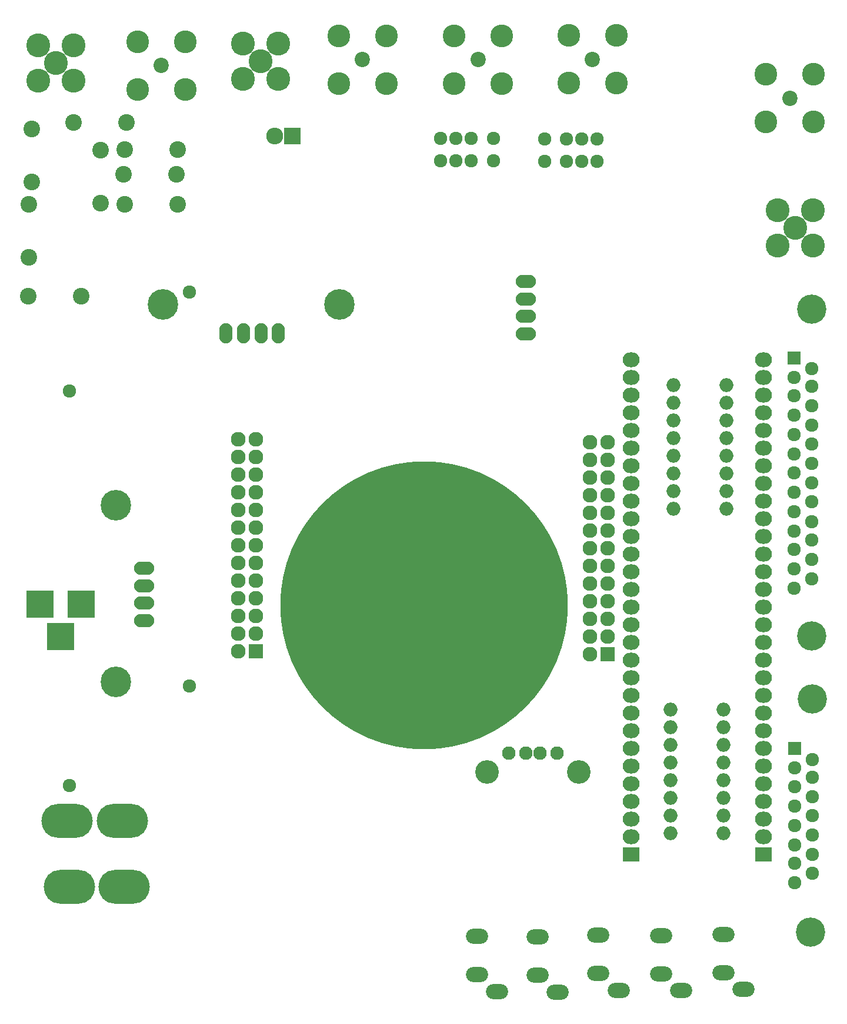
<source format=gbr>
G04 #@! TF.FileFunction,Soldermask,Bot*
%FSLAX46Y46*%
G04 Gerber Fmt 4.6, Leading zero omitted, Abs format (unit mm)*
G04 Created by KiCad (PCBNEW 4.0.1-3.201512221401+6198~38~ubuntu15.10.1-stable) date Mon 22 Aug 2016 05:07:10 AM PDT*
%MOMM*%
G01*
G04 APERTURE LIST*
%ADD10C,0.100000*%
%ADD11C,2.398980*%
%ADD12R,2.127200X2.127200*%
%ADD13O,2.127200X2.127200*%
%ADD14O,2.899360X1.901140*%
%ADD15C,1.924000*%
%ADD16C,2.200000*%
%ADD17C,3.280000*%
%ADD18C,3.448000*%
%ADD19R,2.432000X2.432000*%
%ADD20O,2.432000X2.432000*%
%ADD21C,4.400000*%
%ADD22O,7.400000X4.900000*%
%ADD23O,1.901140X2.899360*%
%ADD24C,41.400000*%
%ADD25C,1.940000*%
%ADD26C,3.400000*%
%ADD27O,2.000000X2.000000*%
%ADD28R,2.432000X2.127200*%
%ADD29O,2.432000X2.127200*%
%ADD30C,4.210000*%
%ADD31R,1.924000X1.924000*%
%ADD32O,3.200000X2.200000*%
%ADD33R,3.900120X3.900120*%
G04 APERTURE END LIST*
D10*
D11*
X62150000Y-46265000D03*
X69770000Y-46265000D03*
D12*
X81017900Y-118459700D03*
D13*
X78477900Y-118459700D03*
X81017900Y-115919700D03*
X78477900Y-115919700D03*
X81017900Y-113379700D03*
X78477900Y-113379700D03*
X81017900Y-110839700D03*
X78477900Y-110839700D03*
X81017900Y-108299700D03*
X78477900Y-108299700D03*
X81017900Y-105759700D03*
X78477900Y-105759700D03*
X81017900Y-103219700D03*
X78477900Y-103219700D03*
X81017900Y-100679700D03*
X78477900Y-100679700D03*
X81017900Y-98139700D03*
X78477900Y-98139700D03*
X81017900Y-95599700D03*
X78477900Y-95599700D03*
X81017900Y-93059700D03*
X78477900Y-93059700D03*
X81017900Y-90519700D03*
X78477900Y-90519700D03*
X81017900Y-87979700D03*
X78477900Y-87979700D03*
D12*
X131612160Y-118838160D03*
D13*
X129072160Y-118838160D03*
X131612160Y-116298160D03*
X129072160Y-116298160D03*
X131612160Y-113758160D03*
X129072160Y-113758160D03*
X131612160Y-111218160D03*
X129072160Y-111218160D03*
X131612160Y-108678160D03*
X129072160Y-108678160D03*
X131612160Y-106138160D03*
X129072160Y-106138160D03*
X131612160Y-103598160D03*
X129072160Y-103598160D03*
X131612160Y-101058160D03*
X129072160Y-101058160D03*
X131612160Y-98518160D03*
X129072160Y-98518160D03*
X131612160Y-95978160D03*
X129072160Y-95978160D03*
X131612160Y-93438160D03*
X129072160Y-93438160D03*
X131612160Y-90898160D03*
X129072160Y-90898160D03*
X131612160Y-88358160D03*
X129072160Y-88358160D03*
D14*
X119855000Y-70275000D03*
X119855000Y-72775000D03*
X119855000Y-67775000D03*
X119855000Y-65275000D03*
D15*
X115200000Y-44705000D03*
X112000000Y-44705000D03*
X109800000Y-44705000D03*
X107600000Y-44705000D03*
X115200000Y-47905000D03*
X112000000Y-47905000D03*
X109800000Y-47905000D03*
X107600000Y-47905000D03*
D16*
X113005000Y-33385000D03*
D17*
X116435000Y-36815000D03*
X109575000Y-36815000D03*
X109575000Y-29955000D03*
X116435000Y-29955000D03*
D16*
X129450000Y-33330000D03*
D17*
X132880000Y-36760000D03*
X126020000Y-36760000D03*
X126020000Y-29900000D03*
X132880000Y-29900000D03*
D15*
X122550000Y-48005000D03*
X125750000Y-48005000D03*
X127950000Y-48005000D03*
X130150000Y-48005000D03*
X122550000Y-44805000D03*
X125750000Y-44805000D03*
X127950000Y-44805000D03*
X130150000Y-44805000D03*
D18*
X158626227Y-57543329D03*
X161166227Y-55003329D03*
X161166227Y-60083329D03*
X156086227Y-60083329D03*
X156086227Y-55003329D03*
D16*
X157861600Y-38929680D03*
D17*
X154431600Y-42359680D03*
X154431600Y-35499680D03*
X161291600Y-35499680D03*
X161291600Y-42359680D03*
D16*
X96375000Y-33365000D03*
D17*
X99805000Y-36795000D03*
X92945000Y-36795000D03*
X92945000Y-29935000D03*
X99805000Y-29935000D03*
D18*
X81685000Y-33625000D03*
X79145000Y-31085000D03*
X84225000Y-31085000D03*
X84225000Y-36165000D03*
X79145000Y-36165000D03*
D19*
X86245000Y-44330000D03*
D20*
X83705000Y-44330000D03*
D16*
X67410000Y-34230000D03*
D17*
X70840000Y-37660000D03*
X63980000Y-37660000D03*
X63980000Y-30800000D03*
X70840000Y-30800000D03*
D11*
X69720000Y-54210000D03*
X62100000Y-54210000D03*
X69575000Y-49895000D03*
X61955000Y-49895000D03*
D21*
X60880000Y-97450000D03*
X60880000Y-122850000D03*
D14*
X64925000Y-111520000D03*
X64925000Y-114020000D03*
X64925000Y-109020000D03*
X64925000Y-106520000D03*
D22*
X54140000Y-152325000D03*
X62040000Y-152325000D03*
D21*
X67675000Y-68590000D03*
X93075000Y-68590000D03*
D22*
X53880000Y-142835000D03*
X61780000Y-142835000D03*
D15*
X71415000Y-66755000D03*
X71415000Y-123455000D03*
D23*
X79240000Y-72705000D03*
X76740000Y-72705000D03*
X81740000Y-72705000D03*
X84240000Y-72705000D03*
D24*
X105250000Y-111805000D03*
D25*
X119900000Y-133105000D03*
X121900000Y-133105000D03*
X117400000Y-133105000D03*
X124400000Y-133105000D03*
D26*
X114330000Y-135815000D03*
X127470000Y-135815000D03*
D27*
X140700000Y-126800000D03*
X140700000Y-129340000D03*
X140700000Y-131880000D03*
X140700000Y-134420000D03*
X140700000Y-136960000D03*
X140700000Y-139500000D03*
X140700000Y-142040000D03*
X140700000Y-144580000D03*
X148320000Y-144580000D03*
X148320000Y-142040000D03*
X148320000Y-139500000D03*
X148320000Y-136960000D03*
X148320000Y-134420000D03*
X148320000Y-131880000D03*
X148320000Y-129340000D03*
X148320000Y-126800000D03*
D28*
X154100000Y-147680000D03*
D29*
X154100000Y-145140000D03*
X154100000Y-142600000D03*
X154100000Y-140060000D03*
X154100000Y-137520000D03*
X154100000Y-134980000D03*
X154100000Y-132440000D03*
X154100000Y-129900000D03*
X154100000Y-127360000D03*
X154100000Y-124820000D03*
X154100000Y-122280000D03*
X154100000Y-119740000D03*
X154100000Y-117200000D03*
X154100000Y-114660000D03*
X154100000Y-112120000D03*
X154100000Y-109580000D03*
X154100000Y-107040000D03*
X154100000Y-104500000D03*
X154100000Y-101960000D03*
X154100000Y-99420000D03*
X154100000Y-96880000D03*
X154100000Y-94340000D03*
X154100000Y-91800000D03*
X154100000Y-89260000D03*
X154100000Y-86720000D03*
X154100000Y-84180000D03*
X154100000Y-81640000D03*
X154100000Y-79100000D03*
X154100000Y-76560000D03*
D28*
X135050000Y-147680000D03*
D29*
X135050000Y-145140000D03*
X135050000Y-142600000D03*
X135050000Y-140060000D03*
X135050000Y-137520000D03*
X135050000Y-134980000D03*
X135050000Y-132440000D03*
X135050000Y-129900000D03*
X135050000Y-127360000D03*
X135050000Y-124820000D03*
X135050000Y-122280000D03*
X135050000Y-119740000D03*
X135050000Y-117200000D03*
X135050000Y-114660000D03*
X135050000Y-112120000D03*
X135050000Y-109580000D03*
X135050000Y-107040000D03*
X135050000Y-104500000D03*
X135050000Y-101960000D03*
X135050000Y-99420000D03*
X135050000Y-96880000D03*
X135050000Y-94340000D03*
X135050000Y-91800000D03*
X135050000Y-89260000D03*
X135050000Y-86720000D03*
X135050000Y-84180000D03*
X135050000Y-81640000D03*
X135050000Y-79100000D03*
X135050000Y-76560000D03*
D27*
X141095000Y-80185000D03*
X141095000Y-82725000D03*
X141095000Y-85265000D03*
X141095000Y-87805000D03*
X141095000Y-90345000D03*
X141095000Y-92885000D03*
X141095000Y-95425000D03*
X141095000Y-97965000D03*
X148715000Y-97965000D03*
X148715000Y-95425000D03*
X148715000Y-92885000D03*
X148715000Y-90345000D03*
X148715000Y-87805000D03*
X148715000Y-85265000D03*
X148715000Y-82725000D03*
X148715000Y-80185000D03*
D30*
X160835000Y-158855000D03*
X161089000Y-125327000D03*
D31*
X158549000Y-132439000D03*
D15*
X158549000Y-135233000D03*
X158549000Y-137900000D03*
X158549000Y-140694000D03*
X158549000Y-143488000D03*
X158549000Y-146282000D03*
X158549000Y-148949000D03*
X158549000Y-151743000D03*
X161089000Y-134013800D03*
X161089000Y-136553800D03*
X161089000Y-139347800D03*
X161089000Y-142091000D03*
X161089000Y-144834200D03*
X161089000Y-147628200D03*
X161089000Y-150371400D03*
D30*
X161065000Y-116250000D03*
X161065000Y-69260000D03*
D31*
X158525000Y-76245000D03*
D15*
X158525000Y-79039000D03*
X158525000Y-81706000D03*
X158525000Y-84500000D03*
X158525000Y-87294000D03*
X158525000Y-90088000D03*
X158525000Y-92755000D03*
X158525000Y-95549000D03*
X158525000Y-98343000D03*
X158525000Y-101137000D03*
X158525000Y-103804000D03*
X158525000Y-106598000D03*
X158525000Y-109392000D03*
X161065000Y-77819800D03*
X161065000Y-80359800D03*
X161065000Y-83153800D03*
X161065000Y-85897000D03*
X161065000Y-88640200D03*
X161065000Y-91434200D03*
X161065000Y-94177400D03*
X161065000Y-96920600D03*
X161065000Y-99765400D03*
X161065000Y-102457800D03*
X161065000Y-105201000D03*
X161065000Y-107995000D03*
D32*
X142235000Y-167200000D03*
X139335000Y-164800000D03*
X139335000Y-159300000D03*
X133225000Y-167175000D03*
X130325000Y-164775000D03*
X130325000Y-159275000D03*
X151245000Y-167045000D03*
X148345000Y-164645000D03*
X148345000Y-159145000D03*
X124470000Y-167420000D03*
X121570000Y-165020000D03*
X121570000Y-159520000D03*
X115720000Y-167335000D03*
X112820000Y-164935000D03*
X112820000Y-159435000D03*
D33*
X55910000Y-111645000D03*
X49910520Y-111645000D03*
X52910260Y-116344000D03*
D18*
X52250000Y-33835000D03*
X49710000Y-36375000D03*
X49710000Y-31295000D03*
X54790000Y-31295000D03*
X54790000Y-36375000D03*
D11*
X48780000Y-50940000D03*
X48780000Y-43320000D03*
X62390000Y-42375000D03*
X54770000Y-42375000D03*
X48340000Y-61780000D03*
X48340000Y-54160000D03*
X58685000Y-46345000D03*
X58685000Y-53965000D03*
X55910000Y-67360000D03*
X48290000Y-67360000D03*
D15*
X54215000Y-81045000D03*
X54215000Y-137745000D03*
M02*

</source>
